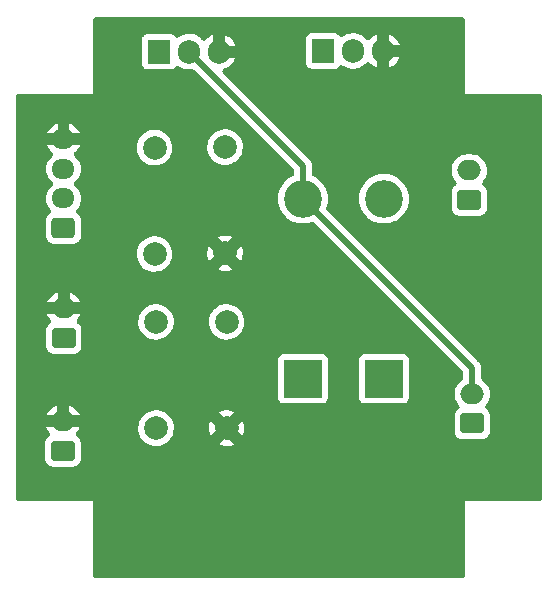
<source format=gbr>
%TF.GenerationSoftware,KiCad,Pcbnew,(6.0.2)*%
%TF.CreationDate,2023-02-13T14:46:01+00:00*%
%TF.ProjectId,solenoid_driver,736f6c65-6e6f-4696-945f-647269766572,rev?*%
%TF.SameCoordinates,Original*%
%TF.FileFunction,Copper,L2,Bot*%
%TF.FilePolarity,Positive*%
%FSLAX46Y46*%
G04 Gerber Fmt 4.6, Leading zero omitted, Abs format (unit mm)*
G04 Created by KiCad (PCBNEW (6.0.2)) date 2023-02-13 14:46:01*
%MOMM*%
%LPD*%
G01*
G04 APERTURE LIST*
G04 Aperture macros list*
%AMRoundRect*
0 Rectangle with rounded corners*
0 $1 Rounding radius*
0 $2 $3 $4 $5 $6 $7 $8 $9 X,Y pos of 4 corners*
0 Add a 4 corners polygon primitive as box body*
4,1,4,$2,$3,$4,$5,$6,$7,$8,$9,$2,$3,0*
0 Add four circle primitives for the rounded corners*
1,1,$1+$1,$2,$3*
1,1,$1+$1,$4,$5*
1,1,$1+$1,$6,$7*
1,1,$1+$1,$8,$9*
0 Add four rect primitives between the rounded corners*
20,1,$1+$1,$2,$3,$4,$5,0*
20,1,$1+$1,$4,$5,$6,$7,0*
20,1,$1+$1,$6,$7,$8,$9,0*
20,1,$1+$1,$8,$9,$2,$3,0*%
G04 Aperture macros list end*
%TA.AperFunction,ComponentPad*%
%ADD10RoundRect,0.250000X0.725000X-0.600000X0.725000X0.600000X-0.725000X0.600000X-0.725000X-0.600000X0*%
%TD*%
%TA.AperFunction,ComponentPad*%
%ADD11O,1.950000X1.700000*%
%TD*%
%TA.AperFunction,ComponentPad*%
%ADD12C,2.000000*%
%TD*%
%TA.AperFunction,ComponentPad*%
%ADD13R,3.200000X3.200000*%
%TD*%
%TA.AperFunction,ComponentPad*%
%ADD14O,3.200000X3.200000*%
%TD*%
%TA.AperFunction,ComponentPad*%
%ADD15RoundRect,0.250000X0.750000X-0.600000X0.750000X0.600000X-0.750000X0.600000X-0.750000X-0.600000X0*%
%TD*%
%TA.AperFunction,ComponentPad*%
%ADD16O,2.000000X1.700000*%
%TD*%
%TA.AperFunction,ComponentPad*%
%ADD17R,1.905000X2.000000*%
%TD*%
%TA.AperFunction,ComponentPad*%
%ADD18O,1.905000X2.000000*%
%TD*%
%TA.AperFunction,Conductor*%
%ADD19C,0.500000*%
%TD*%
G04 APERTURE END LIST*
D10*
%TO.P,J1,1,Pin_1*%
%TO.N,solenoid1*%
X116500000Y-98873000D03*
D11*
%TO.P,J1,2,Pin_2*%
%TO.N,solenoid2*%
X116500000Y-96373000D03*
%TO.P,J1,3,Pin_3*%
%TO.N,+5V*%
X116500000Y-93873000D03*
%TO.P,J1,4,Pin_4*%
%TO.N,GND*%
X116500000Y-91373000D03*
%TD*%
D12*
%TO.P,R1,1*%
%TO.N,GND*%
X130302000Y-115824000D03*
%TO.P,R1,2*%
%TO.N,Net-(Q2-Pad1)*%
X130302000Y-106824000D03*
%TD*%
D13*
%TO.P,D1,1,K*%
%TO.N,+12V*%
X143637000Y-111633000D03*
D14*
%TO.P,D1,2,A*%
%TO.N,Net-(D1-Pad2)*%
X143637000Y-96393000D03*
%TD*%
D13*
%TO.P,D2,1,K*%
%TO.N,+12V*%
X136779000Y-111633000D03*
D14*
%TO.P,D2,2,A*%
%TO.N,Net-(D2-Pad2)*%
X136779000Y-96393000D03*
%TD*%
D15*
%TO.P,J4,1,Pin_1*%
%TO.N,+12V*%
X151113000Y-115423000D03*
D16*
%TO.P,J4,2,Pin_2*%
%TO.N,Net-(D2-Pad2)*%
X151113000Y-112923000D03*
%TD*%
D17*
%TO.P,Q1,1,G*%
%TO.N,Net-(Q1-Pad1)*%
X138493500Y-83883500D03*
D18*
%TO.P,Q1,2,D*%
%TO.N,Net-(D1-Pad2)*%
X141033500Y-83883500D03*
%TO.P,Q1,3,S*%
%TO.N,GND*%
X143573500Y-83883500D03*
%TD*%
D17*
%TO.P,Q2,1,G*%
%TO.N,Net-(Q2-Pad1)*%
X124587000Y-83947000D03*
D18*
%TO.P,Q2,2,D*%
%TO.N,Net-(D2-Pad2)*%
X127127000Y-83947000D03*
%TO.P,Q2,3,S*%
%TO.N,GND*%
X129667000Y-83947000D03*
%TD*%
D12*
%TO.P,R2,1*%
%TO.N,GND*%
X130175000Y-101020000D03*
%TO.P,R2,2*%
%TO.N,Net-(Q1-Pad1)*%
X130175000Y-92020000D03*
%TD*%
D15*
%TO.P,J2,1,Pin_1*%
%TO.N,+12V*%
X116522500Y-108184000D03*
D16*
%TO.P,J2,2,Pin_2*%
%TO.N,GND*%
X116522500Y-105684000D03*
%TD*%
D15*
%TO.P,J3,1,Pin_1*%
%TO.N,+12V*%
X150859000Y-96500000D03*
D16*
%TO.P,J3,2,Pin_2*%
%TO.N,Net-(D1-Pad2)*%
X150859000Y-94000000D03*
%TD*%
D12*
%TO.P,R4,1*%
%TO.N,Net-(Q2-Pad1)*%
X124333000Y-106824000D03*
%TO.P,R4,2*%
%TO.N,solenoid1*%
X124333000Y-115824000D03*
%TD*%
%TO.P,R3,1*%
%TO.N,Net-(Q1-Pad1)*%
X124206000Y-92075000D03*
%TO.P,R3,2*%
%TO.N,solenoid2*%
X124206000Y-101075000D03*
%TD*%
D15*
%TO.P,J5,1,Pin_1*%
%TO.N,+12V*%
X116459000Y-117729000D03*
D16*
%TO.P,J5,2,Pin_2*%
%TO.N,GND*%
X116459000Y-115229000D03*
%TD*%
D19*
%TO.N,Net-(D2-Pad2)*%
X136779000Y-96393000D02*
X136779000Y-93599000D01*
X136779000Y-93599000D02*
X127127000Y-83947000D01*
X136779000Y-96393000D02*
X151113000Y-110727000D01*
X151113000Y-110727000D02*
X151113000Y-112923000D01*
%TO.N,Net-(Q2-Pad1)*%
X124460000Y-84074000D02*
X124587000Y-83947000D01*
%TD*%
%TA.AperFunction,Conductor*%
%TO.N,GND*%
G36*
X150346288Y-81018954D02*
G01*
X150427070Y-81072930D01*
X150481046Y-81153712D01*
X150500000Y-81249000D01*
X150500000Y-87500000D01*
X156751000Y-87500000D01*
X156846288Y-87518954D01*
X156927070Y-87572930D01*
X156981046Y-87653712D01*
X157000000Y-87749000D01*
X157000000Y-121751000D01*
X156981046Y-121846288D01*
X156927070Y-121927070D01*
X156846288Y-121981046D01*
X156751000Y-122000000D01*
X150500000Y-122000000D01*
X150500000Y-128251000D01*
X150481046Y-128346288D01*
X150427070Y-128427070D01*
X150346288Y-128481046D01*
X150251000Y-128500000D01*
X119249000Y-128500000D01*
X119153712Y-128481046D01*
X119072930Y-128427070D01*
X119018954Y-128346288D01*
X119000000Y-128251000D01*
X119000000Y-122000000D01*
X112749000Y-122000000D01*
X112653712Y-121981046D01*
X112572930Y-121927070D01*
X112518954Y-121846288D01*
X112500000Y-121751000D01*
X112500000Y-118378866D01*
X114958500Y-118378866D01*
X114969359Y-118483519D01*
X115024744Y-118649529D01*
X115116834Y-118798345D01*
X115240689Y-118921984D01*
X115253003Y-118929574D01*
X115253005Y-118929576D01*
X115376413Y-119005645D01*
X115389666Y-119013814D01*
X115471069Y-119040815D01*
X115542864Y-119064629D01*
X115542868Y-119064630D01*
X115555772Y-119068910D01*
X115569300Y-119070296D01*
X115652815Y-119078853D01*
X115652823Y-119078853D01*
X115659134Y-119079500D01*
X117258866Y-119079500D01*
X117265262Y-119078836D01*
X117265269Y-119078836D01*
X117349971Y-119070047D01*
X117349973Y-119070047D01*
X117363519Y-119068641D01*
X117376432Y-119064333D01*
X117376436Y-119064332D01*
X117515810Y-119017833D01*
X117529529Y-119013256D01*
X117541826Y-119005646D01*
X117541829Y-119005645D01*
X117625581Y-118953817D01*
X117678345Y-118921166D01*
X117801984Y-118797311D01*
X117893814Y-118648334D01*
X117920815Y-118566931D01*
X117944629Y-118495136D01*
X117944630Y-118495132D01*
X117948910Y-118482228D01*
X117959500Y-118378866D01*
X117959500Y-117079134D01*
X117957775Y-117062504D01*
X117950047Y-116988029D01*
X117950047Y-116988027D01*
X117948641Y-116974481D01*
X117921129Y-116892015D01*
X117897833Y-116822190D01*
X117893256Y-116808471D01*
X117882780Y-116791541D01*
X117826268Y-116700220D01*
X117801166Y-116659655D01*
X117677311Y-116536016D01*
X117657086Y-116523549D01*
X117585917Y-116457416D01*
X117545473Y-116369080D01*
X117541912Y-116271990D01*
X117575777Y-116180928D01*
X117611674Y-116135514D01*
X117639427Y-116107761D01*
X117653343Y-116091177D01*
X117776369Y-115915478D01*
X117787192Y-115896731D01*
X117838261Y-115787214D01*
X122827806Y-115787214D01*
X122842010Y-116033545D01*
X122844257Y-116043514D01*
X122844257Y-116043517D01*
X122893974Y-116264126D01*
X122896255Y-116274249D01*
X122989084Y-116502861D01*
X122994421Y-116511571D01*
X122994422Y-116511572D01*
X123017020Y-116548448D01*
X123118006Y-116713241D01*
X123279557Y-116899741D01*
X123469399Y-117057351D01*
X123682433Y-117181838D01*
X123912939Y-117269859D01*
X123922950Y-117271896D01*
X123922954Y-117271897D01*
X124144713Y-117317015D01*
X124144715Y-117317015D01*
X124154726Y-117319052D01*
X124257353Y-117322815D01*
X124391087Y-117327719D01*
X124391093Y-117327719D01*
X124401300Y-117328093D01*
X124411431Y-117326795D01*
X124411436Y-117326795D01*
X124546670Y-117309471D01*
X124646041Y-117296741D01*
X124882374Y-117225838D01*
X124977072Y-117179446D01*
X129658766Y-117179446D01*
X129676252Y-117190780D01*
X129872532Y-117265731D01*
X129892093Y-117271414D01*
X130113771Y-117316516D01*
X130133995Y-117318927D01*
X130360066Y-117327218D01*
X130380414Y-117326294D01*
X130604811Y-117297547D01*
X130624714Y-117293317D01*
X130841404Y-117228306D01*
X130860370Y-117220873D01*
X130926537Y-117188459D01*
X130943091Y-117175825D01*
X130934010Y-117163117D01*
X130319341Y-116548448D01*
X130302000Y-116536861D01*
X130284659Y-116548448D01*
X129669043Y-117164064D01*
X129658766Y-117179446D01*
X124977072Y-117179446D01*
X125103954Y-117117287D01*
X125148540Y-117085484D01*
X125296512Y-116979937D01*
X125296516Y-116979934D01*
X125304829Y-116974004D01*
X125479605Y-116799837D01*
X125623588Y-116599463D01*
X125732911Y-116378264D01*
X125739728Y-116355829D01*
X125801669Y-116151956D01*
X125801669Y-116151954D01*
X125804639Y-116142180D01*
X125809171Y-116107761D01*
X125835981Y-115904114D01*
X125835981Y-115904111D01*
X125836845Y-115897550D01*
X125837008Y-115890910D01*
X125838481Y-115830625D01*
X125838643Y-115824000D01*
X125836459Y-115797433D01*
X128797897Y-115797433D01*
X128810919Y-116023270D01*
X128813754Y-116043447D01*
X128863487Y-116264126D01*
X128869579Y-116283569D01*
X128937098Y-116449848D01*
X128947587Y-116465786D01*
X128963974Y-116454919D01*
X129577552Y-115841341D01*
X129589139Y-115824000D01*
X131014861Y-115824000D01*
X131026448Y-115841341D01*
X131638374Y-116453267D01*
X131655715Y-116464854D01*
X131655823Y-116464781D01*
X131664736Y-116452354D01*
X131696916Y-116387242D01*
X131704416Y-116368301D01*
X131770179Y-116151850D01*
X131774483Y-116131943D01*
X131804480Y-115904089D01*
X131805506Y-115890910D01*
X131806979Y-115830626D01*
X131806598Y-115817394D01*
X131787767Y-115588353D01*
X131784440Y-115568260D01*
X131729332Y-115348860D01*
X131722764Y-115329569D01*
X131666108Y-115199269D01*
X131654865Y-115183061D01*
X131639764Y-115193343D01*
X131026448Y-115806659D01*
X131014861Y-115824000D01*
X129589139Y-115824000D01*
X129577552Y-115806659D01*
X128965660Y-115194767D01*
X128948754Y-115183471D01*
X128939102Y-115197282D01*
X128893735Y-115295016D01*
X128886707Y-115314117D01*
X128826250Y-115532116D01*
X128822433Y-115552130D01*
X128798394Y-115777060D01*
X128797897Y-115797433D01*
X125836459Y-115797433D01*
X125818425Y-115578089D01*
X125758316Y-115338783D01*
X125659928Y-115112507D01*
X125525905Y-114905339D01*
X125359846Y-114722842D01*
X125166210Y-114569918D01*
X125150543Y-114561269D01*
X124987852Y-114471459D01*
X129660323Y-114471459D01*
X129660736Y-114472874D01*
X129668306Y-114483199D01*
X130284659Y-115099552D01*
X130302000Y-115111139D01*
X130319341Y-115099552D01*
X130933074Y-114485819D01*
X130944661Y-114468478D01*
X130942971Y-114465949D01*
X130935073Y-114460008D01*
X130927937Y-114456069D01*
X130909360Y-114447720D01*
X130696118Y-114372206D01*
X130676418Y-114367001D01*
X130453711Y-114327332D01*
X130433423Y-114325414D01*
X130207233Y-114322650D01*
X130186901Y-114324071D01*
X129963283Y-114358290D01*
X129943476Y-114363009D01*
X129728458Y-114433288D01*
X129709663Y-114441188D01*
X129676588Y-114458405D01*
X129660323Y-114471459D01*
X124987852Y-114471459D01*
X124959143Y-114455611D01*
X124959144Y-114455611D01*
X124950198Y-114450673D01*
X124940572Y-114447264D01*
X124940567Y-114447262D01*
X124727240Y-114371719D01*
X124727238Y-114371718D01*
X124717610Y-114368309D01*
X124474694Y-114325039D01*
X124464474Y-114324914D01*
X124464472Y-114324914D01*
X124324179Y-114323200D01*
X124227972Y-114322025D01*
X124038826Y-114350968D01*
X123994166Y-114357802D01*
X123994165Y-114357802D01*
X123984070Y-114359347D01*
X123974359Y-114362521D01*
X123759250Y-114432829D01*
X123759247Y-114432830D01*
X123749540Y-114436003D01*
X123530679Y-114549935D01*
X123333364Y-114698083D01*
X123326312Y-114705463D01*
X123326307Y-114705467D01*
X123255494Y-114779569D01*
X123162896Y-114876468D01*
X123023851Y-115080300D01*
X122919965Y-115304104D01*
X122917238Y-115313939D01*
X122917236Y-115313943D01*
X122907600Y-115348690D01*
X122854026Y-115541871D01*
X122842543Y-115649322D01*
X122831652Y-115751228D01*
X122827806Y-115787214D01*
X117838261Y-115787214D01*
X117855042Y-115751228D01*
X117859622Y-115732510D01*
X117845277Y-115729000D01*
X115077121Y-115729000D01*
X115058221Y-115732760D01*
X115061102Y-115747246D01*
X115130807Y-115896729D01*
X115141635Y-115915482D01*
X115264653Y-116091170D01*
X115278576Y-116107764D01*
X115306405Y-116135593D01*
X115360381Y-116216375D01*
X115379335Y-116311663D01*
X115360381Y-116406951D01*
X115306405Y-116487733D01*
X115261364Y-116523399D01*
X115251958Y-116529219D01*
X115251948Y-116529227D01*
X115239655Y-116536834D01*
X115116016Y-116660689D01*
X115108426Y-116673003D01*
X115108424Y-116673005D01*
X115052306Y-116764047D01*
X115024186Y-116809666D01*
X115019630Y-116823403D01*
X114973803Y-116961564D01*
X114969090Y-116975772D01*
X114967704Y-116989300D01*
X114960204Y-117062504D01*
X114958500Y-117079134D01*
X114958500Y-118378866D01*
X112500000Y-118378866D01*
X112500000Y-114725490D01*
X115058378Y-114725490D01*
X115072723Y-114729000D01*
X115934473Y-114729000D01*
X115954931Y-114724931D01*
X115959000Y-114704473D01*
X116959000Y-114704473D01*
X116963069Y-114724931D01*
X116983527Y-114729000D01*
X117840879Y-114729000D01*
X117859779Y-114725240D01*
X117856898Y-114710754D01*
X117787193Y-114561271D01*
X117776365Y-114542518D01*
X117653347Y-114366830D01*
X117639424Y-114350236D01*
X117487764Y-114198576D01*
X117471170Y-114184653D01*
X117295482Y-114061635D01*
X117276725Y-114050805D01*
X117082348Y-113960166D01*
X117061985Y-113952754D01*
X116982691Y-113931507D01*
X116961877Y-113930143D01*
X116959989Y-113933970D01*
X116959000Y-113941484D01*
X116959000Y-114704473D01*
X115959000Y-114704473D01*
X115959000Y-113949686D01*
X115954931Y-113929228D01*
X115950743Y-113928395D01*
X115943229Y-113929385D01*
X115856015Y-113952754D01*
X115835652Y-113960166D01*
X115641275Y-114050805D01*
X115622518Y-114061635D01*
X115446830Y-114184653D01*
X115430236Y-114198576D01*
X115278573Y-114350239D01*
X115264657Y-114366823D01*
X115141631Y-114542522D01*
X115130808Y-114561269D01*
X115062958Y-114706772D01*
X115058378Y-114725490D01*
X112500000Y-114725490D01*
X112500000Y-109985623D01*
X134678500Y-109985623D01*
X134678501Y-113280376D01*
X134685149Y-113341580D01*
X134735474Y-113475824D01*
X134821454Y-113590546D01*
X134936176Y-113676526D01*
X134952787Y-113682753D01*
X135055804Y-113721372D01*
X135055805Y-113721372D01*
X135070420Y-113726851D01*
X135131623Y-113733500D01*
X136777899Y-113733500D01*
X138426376Y-113733499D01*
X138487580Y-113726851D01*
X138621824Y-113676526D01*
X138736546Y-113590546D01*
X138822526Y-113475824D01*
X138852258Y-113396514D01*
X138867372Y-113356196D01*
X138867372Y-113356195D01*
X138872851Y-113341580D01*
X138879500Y-113280377D01*
X138879499Y-109985624D01*
X138879499Y-109985623D01*
X141536500Y-109985623D01*
X141536501Y-113280376D01*
X141543149Y-113341580D01*
X141593474Y-113475824D01*
X141679454Y-113590546D01*
X141794176Y-113676526D01*
X141810787Y-113682753D01*
X141913804Y-113721372D01*
X141913805Y-113721372D01*
X141928420Y-113726851D01*
X141989623Y-113733500D01*
X143635899Y-113733500D01*
X145284376Y-113733499D01*
X145345580Y-113726851D01*
X145479824Y-113676526D01*
X145594546Y-113590546D01*
X145680526Y-113475824D01*
X145710258Y-113396514D01*
X145725372Y-113356196D01*
X145725372Y-113356195D01*
X145730851Y-113341580D01*
X145737500Y-113280377D01*
X145737499Y-109985624D01*
X145730851Y-109924420D01*
X145680526Y-109790176D01*
X145594546Y-109675454D01*
X145479824Y-109589474D01*
X145433288Y-109572029D01*
X145360196Y-109544628D01*
X145360195Y-109544628D01*
X145345580Y-109539149D01*
X145284377Y-109532500D01*
X143638101Y-109532500D01*
X141989624Y-109532501D01*
X141928420Y-109539149D01*
X141794176Y-109589474D01*
X141679454Y-109675454D01*
X141593474Y-109790176D01*
X141543149Y-109924420D01*
X141536500Y-109985623D01*
X138879499Y-109985623D01*
X138872851Y-109924420D01*
X138822526Y-109790176D01*
X138736546Y-109675454D01*
X138621824Y-109589474D01*
X138575288Y-109572029D01*
X138502196Y-109544628D01*
X138502195Y-109544628D01*
X138487580Y-109539149D01*
X138426377Y-109532500D01*
X136780101Y-109532500D01*
X135131624Y-109532501D01*
X135070420Y-109539149D01*
X134936176Y-109589474D01*
X134821454Y-109675454D01*
X134735474Y-109790176D01*
X134685149Y-109924420D01*
X134678500Y-109985623D01*
X112500000Y-109985623D01*
X112500000Y-108833866D01*
X115022000Y-108833866D01*
X115032859Y-108938519D01*
X115088244Y-109104529D01*
X115180334Y-109253345D01*
X115304189Y-109376984D01*
X115316503Y-109384574D01*
X115316505Y-109384576D01*
X115439913Y-109460645D01*
X115453166Y-109468814D01*
X115534569Y-109495815D01*
X115606364Y-109519629D01*
X115606368Y-109519630D01*
X115619272Y-109523910D01*
X115632800Y-109525296D01*
X115716315Y-109533853D01*
X115716323Y-109533853D01*
X115722634Y-109534500D01*
X117322366Y-109534500D01*
X117328762Y-109533836D01*
X117328769Y-109533836D01*
X117413471Y-109525047D01*
X117413473Y-109525047D01*
X117427019Y-109523641D01*
X117439932Y-109519333D01*
X117439936Y-109519332D01*
X117579310Y-109472833D01*
X117593029Y-109468256D01*
X117605326Y-109460646D01*
X117605329Y-109460645D01*
X117689081Y-109408817D01*
X117741845Y-109376166D01*
X117865484Y-109252311D01*
X117957314Y-109103334D01*
X117984315Y-109021931D01*
X118008129Y-108950136D01*
X118008130Y-108950132D01*
X118012410Y-108937228D01*
X118023000Y-108833866D01*
X118023000Y-107534134D01*
X118012141Y-107429481D01*
X117998110Y-107387423D01*
X117961333Y-107277190D01*
X117956756Y-107263471D01*
X117864666Y-107114655D01*
X117783414Y-107033545D01*
X117751050Y-107001237D01*
X117751049Y-107001236D01*
X117740811Y-106991016D01*
X117720586Y-106978549D01*
X117649417Y-106912416D01*
X117608973Y-106824080D01*
X117607621Y-106787214D01*
X122827806Y-106787214D01*
X122842010Y-107033545D01*
X122896255Y-107274249D01*
X122989084Y-107502861D01*
X122994421Y-107511571D01*
X122994422Y-107511572D01*
X123012192Y-107540569D01*
X123118006Y-107713241D01*
X123279557Y-107899741D01*
X123469399Y-108057351D01*
X123682433Y-108181838D01*
X123912939Y-108269859D01*
X123922950Y-108271896D01*
X123922954Y-108271897D01*
X124144713Y-108317015D01*
X124144715Y-108317015D01*
X124154726Y-108319052D01*
X124257353Y-108322815D01*
X124391087Y-108327719D01*
X124391093Y-108327719D01*
X124401300Y-108328093D01*
X124411431Y-108326795D01*
X124411436Y-108326795D01*
X124546670Y-108309471D01*
X124646041Y-108296741D01*
X124882374Y-108225838D01*
X125103954Y-108117287D01*
X125197132Y-108050824D01*
X125296512Y-107979937D01*
X125296516Y-107979934D01*
X125304829Y-107974004D01*
X125479605Y-107799837D01*
X125623588Y-107599463D01*
X125732911Y-107378264D01*
X125764514Y-107274249D01*
X125801669Y-107151956D01*
X125801669Y-107151954D01*
X125804639Y-107142180D01*
X125823195Y-107001237D01*
X125835981Y-106904114D01*
X125835981Y-106904111D01*
X125836845Y-106897550D01*
X125838643Y-106824000D01*
X125835619Y-106787214D01*
X128796806Y-106787214D01*
X128811010Y-107033545D01*
X128865255Y-107274249D01*
X128958084Y-107502861D01*
X128963421Y-107511571D01*
X128963422Y-107511572D01*
X128981192Y-107540569D01*
X129087006Y-107713241D01*
X129248557Y-107899741D01*
X129438399Y-108057351D01*
X129651433Y-108181838D01*
X129881939Y-108269859D01*
X129891950Y-108271896D01*
X129891954Y-108271897D01*
X130113713Y-108317015D01*
X130113715Y-108317015D01*
X130123726Y-108319052D01*
X130226353Y-108322815D01*
X130360087Y-108327719D01*
X130360093Y-108327719D01*
X130370300Y-108328093D01*
X130380431Y-108326795D01*
X130380436Y-108326795D01*
X130515670Y-108309471D01*
X130615041Y-108296741D01*
X130851374Y-108225838D01*
X131072954Y-108117287D01*
X131166132Y-108050824D01*
X131265512Y-107979937D01*
X131265516Y-107979934D01*
X131273829Y-107974004D01*
X131448605Y-107799837D01*
X131592588Y-107599463D01*
X131701911Y-107378264D01*
X131733514Y-107274249D01*
X131770669Y-107151956D01*
X131770669Y-107151954D01*
X131773639Y-107142180D01*
X131792195Y-107001237D01*
X131804981Y-106904114D01*
X131804981Y-106904111D01*
X131805845Y-106897550D01*
X131807643Y-106824000D01*
X131787425Y-106578089D01*
X131727316Y-106338783D01*
X131628928Y-106112507D01*
X131494905Y-105905339D01*
X131328846Y-105722842D01*
X131135210Y-105569918D01*
X131090463Y-105545216D01*
X130928143Y-105455611D01*
X130928144Y-105455611D01*
X130919198Y-105450673D01*
X130909572Y-105447264D01*
X130909567Y-105447262D01*
X130696240Y-105371719D01*
X130696238Y-105371718D01*
X130686610Y-105368309D01*
X130443694Y-105325039D01*
X130433474Y-105324914D01*
X130433472Y-105324914D01*
X130293179Y-105323200D01*
X130196972Y-105322025D01*
X130007826Y-105350968D01*
X129963166Y-105357802D01*
X129963165Y-105357802D01*
X129953070Y-105359347D01*
X129943359Y-105362521D01*
X129728250Y-105432829D01*
X129728247Y-105432830D01*
X129718540Y-105436003D01*
X129499679Y-105549935D01*
X129302364Y-105698083D01*
X129295312Y-105705463D01*
X129295307Y-105705467D01*
X129271480Y-105730401D01*
X129131896Y-105876468D01*
X128992851Y-106080300D01*
X128888965Y-106304104D01*
X128886238Y-106313939D01*
X128886236Y-106313943D01*
X128825757Y-106532022D01*
X128823026Y-106541871D01*
X128796806Y-106787214D01*
X125835619Y-106787214D01*
X125818425Y-106578089D01*
X125758316Y-106338783D01*
X125659928Y-106112507D01*
X125525905Y-105905339D01*
X125359846Y-105722842D01*
X125166210Y-105569918D01*
X125121463Y-105545216D01*
X124959143Y-105455611D01*
X124959144Y-105455611D01*
X124950198Y-105450673D01*
X124940572Y-105447264D01*
X124940567Y-105447262D01*
X124727240Y-105371719D01*
X124727238Y-105371718D01*
X124717610Y-105368309D01*
X124474694Y-105325039D01*
X124464474Y-105324914D01*
X124464472Y-105324914D01*
X124324179Y-105323200D01*
X124227972Y-105322025D01*
X124038826Y-105350968D01*
X123994166Y-105357802D01*
X123994165Y-105357802D01*
X123984070Y-105359347D01*
X123974359Y-105362521D01*
X123759250Y-105432829D01*
X123759247Y-105432830D01*
X123749540Y-105436003D01*
X123530679Y-105549935D01*
X123333364Y-105698083D01*
X123326312Y-105705463D01*
X123326307Y-105705467D01*
X123302480Y-105730401D01*
X123162896Y-105876468D01*
X123023851Y-106080300D01*
X122919965Y-106304104D01*
X122917238Y-106313939D01*
X122917236Y-106313943D01*
X122856757Y-106532022D01*
X122854026Y-106541871D01*
X122827806Y-106787214D01*
X117607621Y-106787214D01*
X117605412Y-106726990D01*
X117639277Y-106635928D01*
X117675174Y-106590514D01*
X117702927Y-106562761D01*
X117716843Y-106546177D01*
X117839869Y-106370478D01*
X117850692Y-106351731D01*
X117918542Y-106206228D01*
X117923122Y-106187510D01*
X117908777Y-106184000D01*
X115140621Y-106184000D01*
X115121721Y-106187760D01*
X115124602Y-106202246D01*
X115194307Y-106351729D01*
X115205135Y-106370482D01*
X115328153Y-106546170D01*
X115342076Y-106562764D01*
X115369905Y-106590593D01*
X115423881Y-106671375D01*
X115442835Y-106766663D01*
X115423881Y-106861951D01*
X115369905Y-106942733D01*
X115324864Y-106978399D01*
X115315458Y-106984219D01*
X115315448Y-106984227D01*
X115303155Y-106991834D01*
X115179516Y-107115689D01*
X115171926Y-107128003D01*
X115171924Y-107128005D01*
X115163187Y-107142180D01*
X115087686Y-107264666D01*
X115083130Y-107278403D01*
X115037303Y-107416564D01*
X115032590Y-107430772D01*
X115031204Y-107444300D01*
X115024312Y-107511572D01*
X115022000Y-107534134D01*
X115022000Y-108833866D01*
X112500000Y-108833866D01*
X112500000Y-105180490D01*
X115121878Y-105180490D01*
X115136223Y-105184000D01*
X115997973Y-105184000D01*
X116018431Y-105179931D01*
X116022500Y-105159473D01*
X117022500Y-105159473D01*
X117026569Y-105179931D01*
X117047027Y-105184000D01*
X117904379Y-105184000D01*
X117923279Y-105180240D01*
X117920398Y-105165754D01*
X117850693Y-105016271D01*
X117839865Y-104997518D01*
X117716847Y-104821830D01*
X117702924Y-104805236D01*
X117551264Y-104653576D01*
X117534670Y-104639653D01*
X117358982Y-104516635D01*
X117340225Y-104505805D01*
X117145848Y-104415166D01*
X117125485Y-104407754D01*
X117046191Y-104386507D01*
X117025377Y-104385143D01*
X117023489Y-104388970D01*
X117022500Y-104396484D01*
X117022500Y-105159473D01*
X116022500Y-105159473D01*
X116022500Y-104404686D01*
X116018431Y-104384228D01*
X116014243Y-104383395D01*
X116006729Y-104384385D01*
X115919515Y-104407754D01*
X115899152Y-104415166D01*
X115704775Y-104505805D01*
X115686018Y-104516635D01*
X115510330Y-104639653D01*
X115493736Y-104653576D01*
X115342073Y-104805239D01*
X115328157Y-104821823D01*
X115205131Y-104997522D01*
X115194308Y-105016269D01*
X115126458Y-105161772D01*
X115121878Y-105180490D01*
X112500000Y-105180490D01*
X112500000Y-101038214D01*
X122700806Y-101038214D01*
X122715010Y-101284545D01*
X122717257Y-101294514D01*
X122717257Y-101294517D01*
X122767008Y-101515279D01*
X122769255Y-101525249D01*
X122862084Y-101753861D01*
X122991006Y-101964241D01*
X123152557Y-102150741D01*
X123342399Y-102308351D01*
X123555433Y-102432838D01*
X123785939Y-102520859D01*
X123795950Y-102522896D01*
X123795954Y-102522897D01*
X124017713Y-102568015D01*
X124017715Y-102568015D01*
X124027726Y-102570052D01*
X124130353Y-102573815D01*
X124264087Y-102578719D01*
X124264093Y-102578719D01*
X124274300Y-102579093D01*
X124284431Y-102577795D01*
X124284436Y-102577795D01*
X124419670Y-102560471D01*
X124519041Y-102547741D01*
X124755374Y-102476838D01*
X124962341Y-102375446D01*
X129531766Y-102375446D01*
X129549252Y-102386780D01*
X129745532Y-102461731D01*
X129765093Y-102467414D01*
X129986771Y-102512516D01*
X130006995Y-102514927D01*
X130233066Y-102523218D01*
X130253414Y-102522294D01*
X130477811Y-102493547D01*
X130497714Y-102489317D01*
X130714404Y-102424306D01*
X130733370Y-102416873D01*
X130799537Y-102384459D01*
X130816091Y-102371825D01*
X130807010Y-102359117D01*
X130192341Y-101744448D01*
X130175000Y-101732861D01*
X130157659Y-101744448D01*
X129542043Y-102360064D01*
X129531766Y-102375446D01*
X124962341Y-102375446D01*
X124976954Y-102368287D01*
X125070132Y-102301824D01*
X125169512Y-102230937D01*
X125169516Y-102230934D01*
X125177829Y-102225004D01*
X125352605Y-102050837D01*
X125496588Y-101850463D01*
X125605911Y-101629264D01*
X125625649Y-101564301D01*
X125674669Y-101402956D01*
X125674669Y-101402954D01*
X125677639Y-101393180D01*
X125709845Y-101148550D01*
X125711643Y-101075000D01*
X125704937Y-100993433D01*
X128670897Y-100993433D01*
X128683919Y-101219270D01*
X128686754Y-101239447D01*
X128736487Y-101460126D01*
X128742579Y-101479569D01*
X128810098Y-101645848D01*
X128820587Y-101661786D01*
X128836974Y-101650919D01*
X129450552Y-101037341D01*
X129462139Y-101020000D01*
X130887861Y-101020000D01*
X130899448Y-101037341D01*
X131511374Y-101649267D01*
X131528715Y-101660854D01*
X131528823Y-101660781D01*
X131537736Y-101648354D01*
X131569916Y-101583242D01*
X131577416Y-101564301D01*
X131643179Y-101347850D01*
X131647483Y-101327943D01*
X131677480Y-101100089D01*
X131678506Y-101086910D01*
X131679979Y-101026626D01*
X131679598Y-101013394D01*
X131660767Y-100784353D01*
X131657440Y-100764260D01*
X131602332Y-100544860D01*
X131595764Y-100525569D01*
X131539108Y-100395269D01*
X131527865Y-100379061D01*
X131512764Y-100389343D01*
X130899448Y-101002659D01*
X130887861Y-101020000D01*
X129462139Y-101020000D01*
X129450552Y-101002659D01*
X128838660Y-100390767D01*
X128821754Y-100379471D01*
X128812102Y-100393282D01*
X128766735Y-100491016D01*
X128759707Y-100510117D01*
X128699250Y-100728116D01*
X128695433Y-100748130D01*
X128671394Y-100973060D01*
X128670897Y-100993433D01*
X125704937Y-100993433D01*
X125691425Y-100829089D01*
X125631316Y-100589783D01*
X125532928Y-100363507D01*
X125398905Y-100156339D01*
X125232846Y-99973842D01*
X125039210Y-99820918D01*
X125011877Y-99805829D01*
X124832143Y-99706611D01*
X124832144Y-99706611D01*
X124823198Y-99701673D01*
X124813572Y-99698264D01*
X124813567Y-99698262D01*
X124726582Y-99667459D01*
X129533323Y-99667459D01*
X129533736Y-99668874D01*
X129541306Y-99679199D01*
X130157659Y-100295552D01*
X130175000Y-100307139D01*
X130192341Y-100295552D01*
X130806074Y-99681819D01*
X130817661Y-99664478D01*
X130815971Y-99661949D01*
X130808073Y-99656008D01*
X130800937Y-99652069D01*
X130782360Y-99643720D01*
X130569118Y-99568206D01*
X130549418Y-99563001D01*
X130326711Y-99523332D01*
X130306423Y-99521414D01*
X130080233Y-99518650D01*
X130059901Y-99520071D01*
X129836283Y-99554290D01*
X129816476Y-99559009D01*
X129601458Y-99629288D01*
X129582663Y-99637188D01*
X129549588Y-99654405D01*
X129533323Y-99667459D01*
X124726582Y-99667459D01*
X124600240Y-99622719D01*
X124600238Y-99622718D01*
X124590610Y-99619309D01*
X124347694Y-99576039D01*
X124337474Y-99575914D01*
X124337472Y-99575914D01*
X124197179Y-99574200D01*
X124100972Y-99573025D01*
X123911826Y-99601968D01*
X123867166Y-99608802D01*
X123867165Y-99608802D01*
X123857070Y-99610347D01*
X123847359Y-99613521D01*
X123632250Y-99683829D01*
X123632247Y-99683830D01*
X123622540Y-99687003D01*
X123403679Y-99800935D01*
X123206364Y-99949083D01*
X123199312Y-99956463D01*
X123199307Y-99956467D01*
X123087396Y-100073576D01*
X123035896Y-100127468D01*
X123010350Y-100164917D01*
X122913333Y-100307139D01*
X122896851Y-100331300D01*
X122792965Y-100555104D01*
X122790238Y-100564939D01*
X122790236Y-100564943D01*
X122729757Y-100783022D01*
X122727026Y-100792871D01*
X122722067Y-100839271D01*
X122702753Y-101020000D01*
X122700806Y-101038214D01*
X112500000Y-101038214D01*
X112500000Y-96373000D01*
X115019341Y-96373000D01*
X115039937Y-96608408D01*
X115101097Y-96836663D01*
X115105691Y-96846514D01*
X115105693Y-96846520D01*
X115174122Y-96993265D01*
X115200965Y-97050829D01*
X115336505Y-97244401D01*
X115371968Y-97279864D01*
X115425944Y-97360646D01*
X115444898Y-97455934D01*
X115425944Y-97551222D01*
X115371968Y-97632004D01*
X115326923Y-97667673D01*
X115319241Y-97672427D01*
X115305655Y-97680834D01*
X115182016Y-97804689D01*
X115174426Y-97817003D01*
X115174424Y-97817005D01*
X115098504Y-97940171D01*
X115090186Y-97953666D01*
X115085630Y-97967403D01*
X115039803Y-98105564D01*
X115035090Y-98119772D01*
X115024500Y-98223134D01*
X115024500Y-99522866D01*
X115025164Y-99529262D01*
X115025164Y-99529269D01*
X115033953Y-99613971D01*
X115035359Y-99627519D01*
X115039667Y-99640432D01*
X115039668Y-99640436D01*
X115061746Y-99706611D01*
X115090744Y-99793529D01*
X115098354Y-99805826D01*
X115098355Y-99805829D01*
X115111610Y-99827248D01*
X115182834Y-99942345D01*
X115306689Y-100065984D01*
X115319003Y-100073574D01*
X115319005Y-100073576D01*
X115442413Y-100149645D01*
X115455666Y-100157814D01*
X115537069Y-100184815D01*
X115608864Y-100208629D01*
X115608868Y-100208630D01*
X115621772Y-100212910D01*
X115635300Y-100214296D01*
X115718815Y-100222853D01*
X115718823Y-100222853D01*
X115725134Y-100223500D01*
X117274866Y-100223500D01*
X117281262Y-100222836D01*
X117281269Y-100222836D01*
X117365971Y-100214047D01*
X117365973Y-100214047D01*
X117379519Y-100212641D01*
X117392432Y-100208333D01*
X117392436Y-100208332D01*
X117531810Y-100161833D01*
X117545529Y-100157256D01*
X117557826Y-100149646D01*
X117557829Y-100149645D01*
X117641581Y-100097817D01*
X117694345Y-100065166D01*
X117791830Y-99967511D01*
X117807763Y-99951550D01*
X117807764Y-99951549D01*
X117817984Y-99941311D01*
X117909814Y-99792334D01*
X117943188Y-99691717D01*
X117960629Y-99639136D01*
X117960630Y-99639132D01*
X117964910Y-99626228D01*
X117966695Y-99608802D01*
X117974853Y-99529185D01*
X117974853Y-99529177D01*
X117975500Y-99522866D01*
X117975500Y-98223134D01*
X117964641Y-98118481D01*
X117909256Y-97952471D01*
X117817166Y-97803655D01*
X117693311Y-97680016D01*
X117673524Y-97667819D01*
X117602356Y-97601686D01*
X117561911Y-97513350D01*
X117558350Y-97416260D01*
X117592215Y-97325198D01*
X117628112Y-97279784D01*
X117663495Y-97244401D01*
X117669733Y-97235493D01*
X117792804Y-97059729D01*
X117792805Y-97059728D01*
X117799035Y-97050830D01*
X117803632Y-97040973D01*
X117855565Y-96929602D01*
X117898903Y-96836663D01*
X117901718Y-96826160D01*
X117931793Y-96713915D01*
X117960063Y-96608408D01*
X117980659Y-96373000D01*
X117960063Y-96137592D01*
X117898903Y-95909337D01*
X117868350Y-95843815D01*
X117803631Y-95705027D01*
X117799035Y-95695171D01*
X117663495Y-95501599D01*
X117496401Y-95334505D01*
X117485641Y-95326970D01*
X117484389Y-95325663D01*
X117479170Y-95321284D01*
X117479650Y-95320712D01*
X117418456Y-95256792D01*
X117383242Y-95166243D01*
X117385359Y-95069112D01*
X117424486Y-94980184D01*
X117479528Y-94925142D01*
X117479170Y-94924716D01*
X117484042Y-94920628D01*
X117485640Y-94919030D01*
X117496401Y-94911495D01*
X117663495Y-94744401D01*
X117669733Y-94735493D01*
X117792804Y-94559729D01*
X117792805Y-94559728D01*
X117799035Y-94550830D01*
X117803632Y-94540973D01*
X117856105Y-94428444D01*
X117898903Y-94336663D01*
X117901718Y-94326160D01*
X117957249Y-94118909D01*
X117960063Y-94108408D01*
X117980659Y-93873000D01*
X117960063Y-93637592D01*
X117898903Y-93409337D01*
X117862853Y-93332027D01*
X117803631Y-93205027D01*
X117799035Y-93195171D01*
X117663495Y-93001599D01*
X117496401Y-92834505D01*
X117485197Y-92826660D01*
X117483646Y-92825039D01*
X117479170Y-92821284D01*
X117479581Y-92820794D01*
X117418015Y-92756477D01*
X117382804Y-92665927D01*
X117384926Y-92568795D01*
X117424056Y-92479869D01*
X117479189Y-92424739D01*
X117478847Y-92424331D01*
X117483507Y-92420421D01*
X117485207Y-92418721D01*
X117487176Y-92417342D01*
X117503764Y-92403424D01*
X117655427Y-92251761D01*
X117669343Y-92235177D01*
X117792369Y-92059478D01*
X117803192Y-92040731D01*
X117804366Y-92038214D01*
X122700806Y-92038214D01*
X122715010Y-92284545D01*
X122717257Y-92294514D01*
X122717257Y-92294517D01*
X122744937Y-92417342D01*
X122769255Y-92525249D01*
X122862084Y-92753861D01*
X122867421Y-92762571D01*
X122867422Y-92762572D01*
X122903101Y-92820794D01*
X122991006Y-92964241D01*
X123152557Y-93150741D01*
X123268289Y-93246824D01*
X123330193Y-93298217D01*
X123342399Y-93308351D01*
X123461312Y-93377838D01*
X123541637Y-93424776D01*
X123555433Y-93432838D01*
X123785939Y-93520859D01*
X123795950Y-93522896D01*
X123795954Y-93522897D01*
X124017713Y-93568015D01*
X124017715Y-93568015D01*
X124027726Y-93570052D01*
X124130353Y-93573815D01*
X124264087Y-93578719D01*
X124264093Y-93578719D01*
X124274300Y-93579093D01*
X124284431Y-93577795D01*
X124284436Y-93577795D01*
X124419670Y-93560471D01*
X124519041Y-93547741D01*
X124755374Y-93476838D01*
X124976954Y-93368287D01*
X125054061Y-93313287D01*
X125169512Y-93230937D01*
X125169516Y-93230934D01*
X125177829Y-93225004D01*
X125352605Y-93050837D01*
X125496588Y-92850463D01*
X125605911Y-92629264D01*
X125615077Y-92599097D01*
X125674669Y-92402956D01*
X125674669Y-92402954D01*
X125677639Y-92393180D01*
X125698441Y-92235177D01*
X125708981Y-92155114D01*
X125708981Y-92155111D01*
X125709845Y-92148550D01*
X125711643Y-92075000D01*
X125704097Y-91983214D01*
X128669806Y-91983214D01*
X128684010Y-92229545D01*
X128686257Y-92239514D01*
X128686257Y-92239517D01*
X128726956Y-92420111D01*
X128738255Y-92470249D01*
X128831084Y-92698861D01*
X128960006Y-92909241D01*
X129121557Y-93095741D01*
X129230590Y-93186262D01*
X129253193Y-93205027D01*
X129311399Y-93253351D01*
X129429169Y-93322170D01*
X129497934Y-93362353D01*
X129524433Y-93377838D01*
X129754939Y-93465859D01*
X129764950Y-93467896D01*
X129764954Y-93467897D01*
X129986713Y-93513015D01*
X129986715Y-93513015D01*
X129996726Y-93515052D01*
X130099353Y-93518815D01*
X130233087Y-93523719D01*
X130233093Y-93523719D01*
X130243300Y-93524093D01*
X130253431Y-93522795D01*
X130253436Y-93522795D01*
X130388670Y-93505471D01*
X130488041Y-93492741D01*
X130724374Y-93421838D01*
X130945954Y-93313287D01*
X130994195Y-93278877D01*
X131138512Y-93175937D01*
X131138516Y-93175934D01*
X131146829Y-93170004D01*
X131321605Y-92995837D01*
X131465588Y-92795463D01*
X131574911Y-92574264D01*
X131586927Y-92534717D01*
X131643669Y-92347956D01*
X131643669Y-92347954D01*
X131646639Y-92338180D01*
X131652388Y-92294517D01*
X131677981Y-92100114D01*
X131677981Y-92100111D01*
X131678845Y-92093550D01*
X131679299Y-92075000D01*
X131680481Y-92026625D01*
X131680643Y-92020000D01*
X131660425Y-91774089D01*
X131600316Y-91534783D01*
X131501928Y-91308507D01*
X131367905Y-91101339D01*
X131201846Y-90918842D01*
X131008210Y-90765918D01*
X130963463Y-90741216D01*
X130801143Y-90651611D01*
X130801144Y-90651611D01*
X130792198Y-90646673D01*
X130782572Y-90643264D01*
X130782567Y-90643262D01*
X130569240Y-90567719D01*
X130569238Y-90567718D01*
X130559610Y-90564309D01*
X130316694Y-90521039D01*
X130306474Y-90520914D01*
X130306472Y-90520914D01*
X130166179Y-90519200D01*
X130069972Y-90518025D01*
X129880826Y-90546968D01*
X129836166Y-90553802D01*
X129836165Y-90553802D01*
X129826070Y-90555347D01*
X129816359Y-90558521D01*
X129601250Y-90628829D01*
X129601247Y-90628830D01*
X129591540Y-90632003D01*
X129372679Y-90745935D01*
X129175364Y-90894083D01*
X129168312Y-90901463D01*
X129168307Y-90901467D01*
X129091921Y-90981401D01*
X129004896Y-91072468D01*
X128865851Y-91276300D01*
X128761965Y-91500104D01*
X128759238Y-91509939D01*
X128759236Y-91509943D01*
X128734347Y-91599690D01*
X128696026Y-91737871D01*
X128685189Y-91839271D01*
X128681210Y-91876510D01*
X128669806Y-91983214D01*
X125704097Y-91983214D01*
X125691425Y-91829089D01*
X125631316Y-91589783D01*
X125532928Y-91363507D01*
X125398905Y-91156339D01*
X125232846Y-90973842D01*
X125039210Y-90820918D01*
X124994463Y-90796216D01*
X124832143Y-90706611D01*
X124832144Y-90706611D01*
X124823198Y-90701673D01*
X124813572Y-90698264D01*
X124813567Y-90698262D01*
X124600240Y-90622719D01*
X124600238Y-90622718D01*
X124590610Y-90619309D01*
X124347694Y-90576039D01*
X124337474Y-90575914D01*
X124337472Y-90575914D01*
X124197179Y-90574200D01*
X124100972Y-90573025D01*
X123911826Y-90601968D01*
X123867166Y-90608802D01*
X123867165Y-90608802D01*
X123857070Y-90610347D01*
X123847359Y-90613521D01*
X123632250Y-90683829D01*
X123632247Y-90683830D01*
X123622540Y-90687003D01*
X123403679Y-90800935D01*
X123206364Y-90949083D01*
X123199312Y-90956463D01*
X123199307Y-90956467D01*
X123175480Y-90981401D01*
X123035896Y-91127468D01*
X123030134Y-91135915D01*
X122918252Y-91299928D01*
X122896851Y-91331300D01*
X122792965Y-91555104D01*
X122790238Y-91564939D01*
X122790236Y-91564943D01*
X122729757Y-91783022D01*
X122727026Y-91792871D01*
X122718061Y-91876760D01*
X122702045Y-92026625D01*
X122700806Y-92038214D01*
X117804366Y-92038214D01*
X117871042Y-91895228D01*
X117875622Y-91876510D01*
X117861277Y-91873000D01*
X115143121Y-91873000D01*
X115124221Y-91876760D01*
X115127102Y-91891246D01*
X115196807Y-92040729D01*
X115207635Y-92059482D01*
X115330653Y-92235170D01*
X115344576Y-92251764D01*
X115496236Y-92403424D01*
X115512824Y-92417342D01*
X115514793Y-92418721D01*
X115516124Y-92420111D01*
X115521153Y-92424331D01*
X115520691Y-92424882D01*
X115581979Y-92488900D01*
X115617194Y-92579449D01*
X115615077Y-92676581D01*
X115575951Y-92765509D01*
X115520533Y-92820930D01*
X115520830Y-92821284D01*
X115516784Y-92824679D01*
X115514803Y-92826660D01*
X115503599Y-92834505D01*
X115336505Y-93001599D01*
X115330275Y-93010497D01*
X115330272Y-93010500D01*
X115218586Y-93170004D01*
X115200965Y-93195170D01*
X115196374Y-93205015D01*
X115196373Y-93205017D01*
X115176878Y-93246824D01*
X115101097Y-93409337D01*
X115098284Y-93419835D01*
X115098283Y-93419838D01*
X115083010Y-93476838D01*
X115039937Y-93637592D01*
X115019341Y-93873000D01*
X115039937Y-94108408D01*
X115101097Y-94336663D01*
X115105691Y-94346514D01*
X115105693Y-94346520D01*
X115164912Y-94473514D01*
X115200965Y-94550829D01*
X115336505Y-94744401D01*
X115503599Y-94911495D01*
X115514359Y-94919030D01*
X115515611Y-94920337D01*
X115520830Y-94924716D01*
X115520350Y-94925288D01*
X115581544Y-94989208D01*
X115616758Y-95079757D01*
X115614641Y-95176888D01*
X115575514Y-95265816D01*
X115520472Y-95320858D01*
X115520830Y-95321284D01*
X115515958Y-95325372D01*
X115514360Y-95326970D01*
X115503599Y-95334505D01*
X115336505Y-95501599D01*
X115330275Y-95510497D01*
X115330272Y-95510500D01*
X115272372Y-95593190D01*
X115200965Y-95695170D01*
X115196374Y-95705015D01*
X115196373Y-95705017D01*
X115171187Y-95759029D01*
X115101097Y-95909337D01*
X115098284Y-95919835D01*
X115098283Y-95919838D01*
X115070517Y-96023465D01*
X115039937Y-96137592D01*
X115019341Y-96373000D01*
X112500000Y-96373000D01*
X112500000Y-90869490D01*
X115124378Y-90869490D01*
X115138723Y-90873000D01*
X115975473Y-90873000D01*
X115995931Y-90868931D01*
X116000000Y-90848473D01*
X117000000Y-90848473D01*
X117004069Y-90868931D01*
X117024527Y-90873000D01*
X117856879Y-90873000D01*
X117875779Y-90869240D01*
X117872898Y-90854754D01*
X117803193Y-90705271D01*
X117792365Y-90686518D01*
X117669347Y-90510830D01*
X117655424Y-90494236D01*
X117503764Y-90342576D01*
X117487170Y-90328653D01*
X117311482Y-90205635D01*
X117292725Y-90194805D01*
X117098344Y-90104164D01*
X117077995Y-90096757D01*
X117023687Y-90082205D01*
X117002877Y-90080841D01*
X117000988Y-90084672D01*
X117000000Y-90092177D01*
X117000000Y-90848473D01*
X116000000Y-90848473D01*
X116000000Y-90100385D01*
X115995931Y-90079927D01*
X115991740Y-90079094D01*
X115984239Y-90080081D01*
X115922005Y-90096757D01*
X115901656Y-90104164D01*
X115707275Y-90194805D01*
X115688518Y-90205635D01*
X115512830Y-90328653D01*
X115496236Y-90342576D01*
X115344573Y-90494239D01*
X115330657Y-90510823D01*
X115207631Y-90686522D01*
X115196808Y-90705269D01*
X115128958Y-90850772D01*
X115124378Y-90869490D01*
X112500000Y-90869490D01*
X112500000Y-87749000D01*
X112518954Y-87653712D01*
X112572930Y-87572930D01*
X112653712Y-87518954D01*
X112749000Y-87500000D01*
X119000000Y-87500000D01*
X119000000Y-82899623D01*
X123134000Y-82899623D01*
X123134001Y-84994376D01*
X123140649Y-85055580D01*
X123190974Y-85189824D01*
X123276954Y-85304546D01*
X123291152Y-85315187D01*
X123303382Y-85324353D01*
X123391676Y-85390526D01*
X123408287Y-85396753D01*
X123511304Y-85435372D01*
X123511305Y-85435372D01*
X123525920Y-85440851D01*
X123587123Y-85447500D01*
X124586332Y-85447500D01*
X125586876Y-85447499D01*
X125648080Y-85440851D01*
X125782324Y-85390526D01*
X125870618Y-85324353D01*
X125882848Y-85315187D01*
X125897046Y-85304546D01*
X125946249Y-85238895D01*
X126018562Y-85174012D01*
X126110201Y-85141742D01*
X126207214Y-85146996D01*
X126299827Y-85192820D01*
X126320166Y-85208883D01*
X126352710Y-85226848D01*
X126520394Y-85319415D01*
X126520398Y-85319417D01*
X126529340Y-85324353D01*
X126538966Y-85327762D01*
X126538971Y-85327764D01*
X126733792Y-85396753D01*
X126754565Y-85404109D01*
X126989792Y-85446009D01*
X127000013Y-85446134D01*
X127000014Y-85446134D01*
X127140903Y-85447855D01*
X127228704Y-85448928D01*
X127397990Y-85423024D01*
X127495047Y-85427347D01*
X127583064Y-85468483D01*
X127611722Y-85493089D01*
X135955570Y-93836937D01*
X136009546Y-93917719D01*
X136028500Y-94013007D01*
X136028500Y-94264988D01*
X136009546Y-94360276D01*
X135955570Y-94441058D01*
X135877196Y-94494022D01*
X135823165Y-94517068D01*
X135815890Y-94521422D01*
X135815888Y-94521423D01*
X135751883Y-94559729D01*
X135577415Y-94664146D01*
X135353900Y-94843215D01*
X135156755Y-95050962D01*
X134989629Y-95283543D01*
X134855614Y-95536653D01*
X134757190Y-95805610D01*
X134755386Y-95813883D01*
X134755385Y-95813887D01*
X134697985Y-96077147D01*
X134696178Y-96085436D01*
X134695513Y-96093887D01*
X134695512Y-96093893D01*
X134674372Y-96362501D01*
X134673707Y-96370953D01*
X134690194Y-96656878D01*
X134745332Y-96937920D01*
X134748077Y-96945938D01*
X134748078Y-96945941D01*
X134783990Y-97050830D01*
X134838102Y-97208878D01*
X134841908Y-97216446D01*
X134841910Y-97216450D01*
X134942404Y-97416260D01*
X134966787Y-97464740D01*
X134971590Y-97471729D01*
X134971591Y-97471730D01*
X135010245Y-97527972D01*
X135129006Y-97700770D01*
X135321756Y-97912600D01*
X135541472Y-98096311D01*
X135784088Y-98248503D01*
X135791818Y-98251993D01*
X135791825Y-98251997D01*
X136037386Y-98362872D01*
X136037390Y-98362874D01*
X136045114Y-98366361D01*
X136319719Y-98447703D01*
X136328094Y-98448985D01*
X136328096Y-98448985D01*
X136393304Y-98458963D01*
X136602824Y-98491024D01*
X136724092Y-98492929D01*
X136880702Y-98495390D01*
X136880707Y-98495390D01*
X136889189Y-98495523D01*
X136936968Y-98489741D01*
X137165089Y-98462135D01*
X137165095Y-98462134D01*
X137173514Y-98461115D01*
X137450539Y-98388439D01*
X137482470Y-98375213D01*
X137577758Y-98356261D01*
X137673046Y-98375217D01*
X137753824Y-98429191D01*
X150289570Y-110964937D01*
X150343546Y-111045719D01*
X150362500Y-111141007D01*
X150362500Y-111565198D01*
X150343546Y-111660486D01*
X150289570Y-111741268D01*
X150256323Y-111769165D01*
X150091599Y-111884505D01*
X149924505Y-112051599D01*
X149918275Y-112060497D01*
X149918272Y-112060500D01*
X149795202Y-112236262D01*
X149788965Y-112245170D01*
X149784374Y-112255015D01*
X149784373Y-112255017D01*
X149748501Y-112331945D01*
X149689097Y-112459337D01*
X149686284Y-112469835D01*
X149686283Y-112469838D01*
X149658517Y-112573465D01*
X149627937Y-112687592D01*
X149607341Y-112923000D01*
X149627937Y-113158408D01*
X149689097Y-113386663D01*
X149788965Y-113600829D01*
X149924505Y-113794401D01*
X149959968Y-113829864D01*
X150013944Y-113910646D01*
X150032898Y-114005934D01*
X150013944Y-114101222D01*
X149959968Y-114182004D01*
X149914923Y-114217673D01*
X149907241Y-114222427D01*
X149893655Y-114230834D01*
X149770016Y-114354689D01*
X149762427Y-114367001D01*
X149762424Y-114367005D01*
X149697166Y-114472874D01*
X149678186Y-114503666D01*
X149673630Y-114517403D01*
X149627803Y-114655564D01*
X149623090Y-114669772D01*
X149621704Y-114683300D01*
X149617439Y-114724931D01*
X149612500Y-114773134D01*
X149612500Y-116072866D01*
X149613164Y-116079262D01*
X149613164Y-116079269D01*
X149621821Y-116162700D01*
X149623359Y-116177519D01*
X149678744Y-116343529D01*
X149686354Y-116355826D01*
X149686355Y-116355829D01*
X149738183Y-116439581D01*
X149770834Y-116492345D01*
X149894689Y-116615984D01*
X149907003Y-116623574D01*
X149907005Y-116623576D01*
X149985488Y-116671953D01*
X150043666Y-116707814D01*
X150125069Y-116734815D01*
X150196864Y-116758629D01*
X150196868Y-116758630D01*
X150209772Y-116762910D01*
X150223300Y-116764296D01*
X150306815Y-116772853D01*
X150306823Y-116772853D01*
X150313134Y-116773500D01*
X151912866Y-116773500D01*
X151919262Y-116772836D01*
X151919269Y-116772836D01*
X152003971Y-116764047D01*
X152003973Y-116764047D01*
X152017519Y-116762641D01*
X152030432Y-116758333D01*
X152030436Y-116758332D01*
X152169810Y-116711833D01*
X152183529Y-116707256D01*
X152195826Y-116699646D01*
X152195829Y-116699645D01*
X152279581Y-116647817D01*
X152332345Y-116615166D01*
X152455984Y-116491311D01*
X152472293Y-116464854D01*
X152540220Y-116354654D01*
X152540220Y-116354653D01*
X152547814Y-116342334D01*
X152589594Y-116216375D01*
X152598629Y-116189136D01*
X152598630Y-116189132D01*
X152602910Y-116176228D01*
X152607081Y-116135514D01*
X152612853Y-116079185D01*
X152612853Y-116079177D01*
X152613500Y-116072866D01*
X152613500Y-114773134D01*
X152608557Y-114725490D01*
X152604047Y-114682029D01*
X152604047Y-114682027D01*
X152602641Y-114668481D01*
X152566873Y-114561269D01*
X152551833Y-114516190D01*
X152547256Y-114502471D01*
X152536952Y-114485819D01*
X152463319Y-114366830D01*
X152455166Y-114353655D01*
X152331311Y-114230016D01*
X152311524Y-114217819D01*
X152240356Y-114151686D01*
X152199911Y-114063350D01*
X152196350Y-113966260D01*
X152230215Y-113875198D01*
X152266112Y-113829784D01*
X152301495Y-113794401D01*
X152307733Y-113785493D01*
X152430804Y-113609729D01*
X152430805Y-113609728D01*
X152437035Y-113600830D01*
X152441632Y-113590973D01*
X152503072Y-113459213D01*
X152536903Y-113386663D01*
X152539718Y-113376160D01*
X152595249Y-113168909D01*
X152598063Y-113158408D01*
X152618659Y-112923000D01*
X152598063Y-112687592D01*
X152536903Y-112459337D01*
X152437035Y-112245171D01*
X152301495Y-112051599D01*
X152134401Y-111884505D01*
X151969679Y-111769166D01*
X151902496Y-111698986D01*
X151867283Y-111608437D01*
X151863500Y-111565198D01*
X151863500Y-110802756D01*
X151865818Y-110772106D01*
X151865973Y-110767668D01*
X151868148Y-110753370D01*
X151864320Y-110706305D01*
X151863967Y-110697614D01*
X151863919Y-110697617D01*
X151863500Y-110690404D01*
X151863500Y-110683178D01*
X151862664Y-110676004D01*
X151862663Y-110675994D01*
X151860492Y-110657371D01*
X151859637Y-110648725D01*
X151855134Y-110593358D01*
X151855133Y-110593354D01*
X151853961Y-110578941D01*
X151849878Y-110566337D01*
X151848343Y-110553172D01*
X151843409Y-110539578D01*
X151843407Y-110539571D01*
X151824435Y-110487303D01*
X151821613Y-110479086D01*
X151818219Y-110468610D01*
X151800027Y-110412454D01*
X151793152Y-110401125D01*
X151788631Y-110388669D01*
X151750204Y-110330058D01*
X151745587Y-110322739D01*
X151714995Y-110272325D01*
X151714993Y-110272323D01*
X151709239Y-110262840D01*
X151701915Y-110254548D01*
X151699203Y-110251836D01*
X151698265Y-110250838D01*
X151692677Y-110242315D01*
X151638300Y-110190803D01*
X151633473Y-110186106D01*
X138813442Y-97366075D01*
X138759466Y-97285293D01*
X138740512Y-97190005D01*
X138756586Y-97101992D01*
X138794548Y-97001530D01*
X138830052Y-96846514D01*
X138856596Y-96730615D01*
X138856596Y-96730613D01*
X138858487Y-96722358D01*
X138867720Y-96618909D01*
X138883511Y-96441968D01*
X138883511Y-96441964D01*
X138883946Y-96437092D01*
X138884408Y-96393000D01*
X138882905Y-96370953D01*
X141531707Y-96370953D01*
X141548194Y-96656878D01*
X141603332Y-96937920D01*
X141606077Y-96945938D01*
X141606078Y-96945941D01*
X141641990Y-97050830D01*
X141696102Y-97208878D01*
X141699908Y-97216446D01*
X141699910Y-97216450D01*
X141800404Y-97416260D01*
X141824787Y-97464740D01*
X141829590Y-97471729D01*
X141829591Y-97471730D01*
X141868245Y-97527972D01*
X141987006Y-97700770D01*
X142179756Y-97912600D01*
X142399472Y-98096311D01*
X142642088Y-98248503D01*
X142649818Y-98251993D01*
X142649825Y-98251997D01*
X142895386Y-98362872D01*
X142895390Y-98362874D01*
X142903114Y-98366361D01*
X143177719Y-98447703D01*
X143186094Y-98448985D01*
X143186096Y-98448985D01*
X143251304Y-98458963D01*
X143460824Y-98491024D01*
X143582092Y-98492929D01*
X143738702Y-98495390D01*
X143738707Y-98495390D01*
X143747189Y-98495523D01*
X143794968Y-98489741D01*
X144023089Y-98462135D01*
X144023095Y-98462134D01*
X144031514Y-98461115D01*
X144308539Y-98388439D01*
X144470692Y-98321273D01*
X144565295Y-98282088D01*
X144565299Y-98282086D01*
X144573138Y-98278839D01*
X144625052Y-98248503D01*
X144813093Y-98138621D01*
X144813097Y-98138618D01*
X144820415Y-98134342D01*
X144838997Y-98119772D01*
X145039121Y-97962855D01*
X145039125Y-97962851D01*
X145045793Y-97957623D01*
X145062706Y-97940171D01*
X145194998Y-97803655D01*
X145245102Y-97751952D01*
X145414655Y-97521134D01*
X145418882Y-97513350D01*
X145547268Y-97276891D01*
X145551313Y-97269441D01*
X145630553Y-97059738D01*
X145649551Y-97009462D01*
X145649553Y-97009455D01*
X145652548Y-97001530D01*
X145688050Y-96846520D01*
X145714596Y-96730615D01*
X145714596Y-96730613D01*
X145716487Y-96722358D01*
X145725720Y-96618909D01*
X145741511Y-96441968D01*
X145741511Y-96441964D01*
X145741946Y-96437092D01*
X145742408Y-96393000D01*
X145732198Y-96243233D01*
X145723505Y-96115722D01*
X145723504Y-96115717D01*
X145722928Y-96107263D01*
X145664850Y-95826814D01*
X145569248Y-95556842D01*
X145554967Y-95529172D01*
X145498844Y-95420437D01*
X145437891Y-95302342D01*
X145273209Y-95068024D01*
X145251638Y-95044810D01*
X145084029Y-94864442D01*
X145078251Y-94858224D01*
X145024397Y-94814145D01*
X144863186Y-94682194D01*
X144863179Y-94682189D01*
X144856623Y-94676823D01*
X144665557Y-94559738D01*
X144619650Y-94531606D01*
X144619647Y-94531605D01*
X144612427Y-94527180D01*
X144350182Y-94412062D01*
X144342039Y-94409742D01*
X144342035Y-94409741D01*
X144239360Y-94380494D01*
X144074739Y-94333600D01*
X143791196Y-94293246D01*
X143656925Y-94292543D01*
X143513279Y-94291791D01*
X143513273Y-94291791D01*
X143504800Y-94291747D01*
X143220851Y-94329129D01*
X142944602Y-94404702D01*
X142681165Y-94517068D01*
X142673890Y-94521422D01*
X142673888Y-94521423D01*
X142609883Y-94559729D01*
X142435415Y-94664146D01*
X142211900Y-94843215D01*
X142014755Y-95050962D01*
X141847629Y-95283543D01*
X141713614Y-95536653D01*
X141615190Y-95805610D01*
X141613386Y-95813883D01*
X141613385Y-95813887D01*
X141555985Y-96077147D01*
X141554178Y-96085436D01*
X141553513Y-96093887D01*
X141553512Y-96093893D01*
X141532372Y-96362501D01*
X141531707Y-96370953D01*
X138882905Y-96370953D01*
X138874198Y-96243233D01*
X138865505Y-96115722D01*
X138865504Y-96115717D01*
X138864928Y-96107263D01*
X138806850Y-95826814D01*
X138711248Y-95556842D01*
X138696967Y-95529172D01*
X138640844Y-95420437D01*
X138579891Y-95302342D01*
X138415209Y-95068024D01*
X138393638Y-95044810D01*
X138226029Y-94864442D01*
X138220251Y-94858224D01*
X138166397Y-94814145D01*
X138005186Y-94682194D01*
X138005179Y-94682189D01*
X137998623Y-94676823D01*
X137807557Y-94559738D01*
X137761650Y-94531606D01*
X137761647Y-94531605D01*
X137754427Y-94527180D01*
X137678415Y-94493813D01*
X137598782Y-94438157D01*
X137546509Y-94356262D01*
X137529500Y-94265813D01*
X137529500Y-94000000D01*
X149353341Y-94000000D01*
X149373937Y-94235408D01*
X149435097Y-94463663D01*
X149439691Y-94473514D01*
X149439693Y-94473520D01*
X149479898Y-94559738D01*
X149534965Y-94677829D01*
X149670505Y-94871401D01*
X149705968Y-94906864D01*
X149759944Y-94987646D01*
X149778898Y-95082934D01*
X149759944Y-95178222D01*
X149705968Y-95259004D01*
X149660923Y-95294673D01*
X149653241Y-95299427D01*
X149639655Y-95307834D01*
X149516016Y-95431689D01*
X149508426Y-95444003D01*
X149508424Y-95444005D01*
X149467432Y-95510507D01*
X149424186Y-95580666D01*
X149419630Y-95594403D01*
X149373803Y-95732564D01*
X149369090Y-95746772D01*
X149367704Y-95760300D01*
X149361708Y-95818826D01*
X149358500Y-95850134D01*
X149358500Y-97149866D01*
X149359164Y-97156262D01*
X149359164Y-97156269D01*
X149367821Y-97239700D01*
X149369359Y-97254519D01*
X149373667Y-97267432D01*
X149373668Y-97267436D01*
X149406577Y-97366075D01*
X149424744Y-97420529D01*
X149432354Y-97432826D01*
X149432355Y-97432829D01*
X149456428Y-97471730D01*
X149516834Y-97569345D01*
X149640689Y-97692984D01*
X149653003Y-97700574D01*
X149653005Y-97700576D01*
X149746233Y-97758042D01*
X149789666Y-97784814D01*
X149871069Y-97811815D01*
X149942864Y-97835629D01*
X149942868Y-97835630D01*
X149955772Y-97839910D01*
X149969300Y-97841296D01*
X150052815Y-97849853D01*
X150052823Y-97849853D01*
X150059134Y-97850500D01*
X151658866Y-97850500D01*
X151665262Y-97849836D01*
X151665269Y-97849836D01*
X151749971Y-97841047D01*
X151749973Y-97841047D01*
X151763519Y-97839641D01*
X151776432Y-97835333D01*
X151776436Y-97835332D01*
X151915810Y-97788833D01*
X151929529Y-97784256D01*
X151941826Y-97776646D01*
X151941829Y-97776645D01*
X152025581Y-97724817D01*
X152078345Y-97692166D01*
X152201984Y-97568311D01*
X152223695Y-97533090D01*
X152286220Y-97431654D01*
X152286220Y-97431653D01*
X152293814Y-97419334D01*
X152325038Y-97325198D01*
X152344629Y-97266136D01*
X152344630Y-97266132D01*
X152348910Y-97253228D01*
X152359500Y-97149866D01*
X152359500Y-95850134D01*
X152357081Y-95826814D01*
X152350047Y-95759029D01*
X152350047Y-95759027D01*
X152348641Y-95745481D01*
X152335142Y-95705017D01*
X152297833Y-95593190D01*
X152293256Y-95579471D01*
X152284194Y-95564826D01*
X152208776Y-95442953D01*
X152201166Y-95430655D01*
X152138314Y-95367913D01*
X152087550Y-95317237D01*
X152087549Y-95317236D01*
X152077311Y-95307016D01*
X152057524Y-95294819D01*
X151986356Y-95228686D01*
X151945911Y-95140350D01*
X151942350Y-95043260D01*
X151976215Y-94952198D01*
X152012112Y-94906784D01*
X152047495Y-94871401D01*
X152053733Y-94862493D01*
X152176804Y-94686729D01*
X152176805Y-94686728D01*
X152183035Y-94677830D01*
X152187632Y-94667973D01*
X152238102Y-94559738D01*
X152282903Y-94463663D01*
X152285718Y-94453160D01*
X152317753Y-94333600D01*
X152344063Y-94235408D01*
X152364659Y-94000000D01*
X152344063Y-93764592D01*
X152282903Y-93536337D01*
X152277655Y-93525081D01*
X152187631Y-93332027D01*
X152183035Y-93322171D01*
X152047495Y-93128599D01*
X151880401Y-92961505D01*
X151708734Y-92841303D01*
X151695738Y-92832203D01*
X151695737Y-92832202D01*
X151686829Y-92825965D01*
X151676791Y-92821284D01*
X151482520Y-92730693D01*
X151482516Y-92730691D01*
X151472663Y-92726097D01*
X151244408Y-92664937D01*
X151233575Y-92663989D01*
X151233574Y-92663989D01*
X151182928Y-92659558D01*
X151067966Y-92649500D01*
X150650034Y-92649500D01*
X150535072Y-92659558D01*
X150484426Y-92663989D01*
X150484425Y-92663989D01*
X150473592Y-92664937D01*
X150245337Y-92726097D01*
X150235484Y-92730691D01*
X150235480Y-92730693D01*
X150041209Y-92821284D01*
X150031171Y-92825965D01*
X150022263Y-92832202D01*
X150022262Y-92832203D01*
X150009266Y-92841303D01*
X149837599Y-92961505D01*
X149670505Y-93128599D01*
X149664275Y-93137497D01*
X149664272Y-93137500D01*
X149566550Y-93277062D01*
X149534965Y-93322170D01*
X149530374Y-93332015D01*
X149530373Y-93332017D01*
X149507306Y-93381484D01*
X149435097Y-93536337D01*
X149432284Y-93546835D01*
X149432283Y-93546838D01*
X149415104Y-93610952D01*
X149373937Y-93764592D01*
X149353341Y-94000000D01*
X137529500Y-94000000D01*
X137529500Y-93674756D01*
X137531818Y-93644106D01*
X137531973Y-93639668D01*
X137534148Y-93625370D01*
X137530320Y-93578305D01*
X137529967Y-93569614D01*
X137529919Y-93569617D01*
X137529500Y-93562404D01*
X137529500Y-93555178D01*
X137528664Y-93548004D01*
X137528663Y-93547994D01*
X137526492Y-93529371D01*
X137525637Y-93520725D01*
X137521134Y-93465358D01*
X137521133Y-93465354D01*
X137519961Y-93450941D01*
X137515878Y-93438337D01*
X137514343Y-93425172D01*
X137509409Y-93411578D01*
X137509407Y-93411571D01*
X137490435Y-93359303D01*
X137487613Y-93351086D01*
X137484219Y-93340610D01*
X137466027Y-93284454D01*
X137459152Y-93273125D01*
X137454631Y-93260669D01*
X137416204Y-93202058D01*
X137411587Y-93194739D01*
X137380995Y-93144325D01*
X137380993Y-93144323D01*
X137375239Y-93134840D01*
X137367915Y-93126548D01*
X137365203Y-93123836D01*
X137364265Y-93122838D01*
X137358677Y-93114315D01*
X137304300Y-93062803D01*
X137299473Y-93058106D01*
X130026912Y-85785545D01*
X129972936Y-85704763D01*
X129953982Y-85609475D01*
X129972936Y-85514187D01*
X130026912Y-85433405D01*
X130107694Y-85379429D01*
X130125624Y-85372797D01*
X130222071Y-85341273D01*
X130240866Y-85333373D01*
X130434594Y-85232525D01*
X130451821Y-85221677D01*
X130626488Y-85090533D01*
X130641718Y-85077012D01*
X130792617Y-84919104D01*
X130805428Y-84903285D01*
X130928518Y-84722841D01*
X130938569Y-84705149D01*
X131030530Y-84507035D01*
X131037565Y-84487915D01*
X131042357Y-84470632D01*
X131043903Y-84449834D01*
X131040589Y-84448163D01*
X131032042Y-84447000D01*
X129416000Y-84447000D01*
X129320712Y-84428046D01*
X129239930Y-84374070D01*
X129185954Y-84293288D01*
X129167000Y-84198000D01*
X129167000Y-83422473D01*
X130167000Y-83422473D01*
X130171069Y-83442931D01*
X130191527Y-83447000D01*
X131026512Y-83447000D01*
X131046970Y-83442931D01*
X131047999Y-83437756D01*
X131047689Y-83435250D01*
X131042646Y-83420435D01*
X130955555Y-83220139D01*
X130945930Y-83202188D01*
X130827296Y-83018807D01*
X130814865Y-83002666D01*
X130667878Y-82841130D01*
X130662509Y-82836123D01*
X137040500Y-82836123D01*
X137040501Y-84930876D01*
X137047149Y-84992080D01*
X137097474Y-85126324D01*
X137183454Y-85241046D01*
X137197652Y-85251687D01*
X137209882Y-85260853D01*
X137298176Y-85327026D01*
X137339189Y-85342401D01*
X137417804Y-85371872D01*
X137417805Y-85371872D01*
X137432420Y-85377351D01*
X137493623Y-85384000D01*
X138492832Y-85384000D01*
X139493376Y-85383999D01*
X139554580Y-85377351D01*
X139688824Y-85327026D01*
X139777118Y-85260853D01*
X139789348Y-85251687D01*
X139803546Y-85241046D01*
X139852749Y-85175395D01*
X139925062Y-85110512D01*
X140016701Y-85078242D01*
X140113714Y-85083496D01*
X140206327Y-85129320D01*
X140226666Y-85145383D01*
X140281033Y-85175395D01*
X140426894Y-85255915D01*
X140426898Y-85255917D01*
X140435840Y-85260853D01*
X140445466Y-85264262D01*
X140445471Y-85264264D01*
X140640292Y-85333253D01*
X140661065Y-85340609D01*
X140896292Y-85382509D01*
X140906513Y-85382634D01*
X140906514Y-85382634D01*
X141047403Y-85384355D01*
X141135204Y-85385428D01*
X141371384Y-85349288D01*
X141508272Y-85304546D01*
X141588771Y-85278235D01*
X141588775Y-85278234D01*
X141598490Y-85275058D01*
X141756466Y-85192821D01*
X141801364Y-85169449D01*
X141801366Y-85169448D01*
X141810423Y-85164733D01*
X142001491Y-85021275D01*
X142124442Y-84892614D01*
X142203978Y-84836819D01*
X142298812Y-84815708D01*
X142394505Y-84832495D01*
X142476491Y-84884625D01*
X142488629Y-84897064D01*
X142572621Y-84989370D01*
X142587525Y-85003268D01*
X142758927Y-85138633D01*
X142775888Y-85149901D01*
X142967101Y-85255457D01*
X142985676Y-85263805D01*
X143050383Y-85286719D01*
X143070749Y-85289672D01*
X143073500Y-85273665D01*
X143073500Y-85271246D01*
X144073500Y-85271246D01*
X144077569Y-85291704D01*
X144078357Y-85291860D01*
X144092231Y-85289651D01*
X144128589Y-85277767D01*
X144147355Y-85269879D01*
X144341094Y-85169025D01*
X144358321Y-85158177D01*
X144532988Y-85027033D01*
X144548218Y-85013512D01*
X144699117Y-84855604D01*
X144711928Y-84839785D01*
X144835018Y-84659341D01*
X144845069Y-84641649D01*
X144937030Y-84443535D01*
X144944065Y-84424415D01*
X144948857Y-84407132D01*
X144950403Y-84386334D01*
X144947089Y-84384663D01*
X144938542Y-84383500D01*
X144098027Y-84383500D01*
X144077569Y-84387569D01*
X144073500Y-84408027D01*
X144073500Y-85271246D01*
X143073500Y-85271246D01*
X143073500Y-83358973D01*
X144073500Y-83358973D01*
X144077569Y-83379431D01*
X144098027Y-83383500D01*
X144933012Y-83383500D01*
X144953470Y-83379431D01*
X144954499Y-83374256D01*
X144954189Y-83371750D01*
X144949146Y-83356935D01*
X144862055Y-83156639D01*
X144852430Y-83138688D01*
X144733796Y-82955307D01*
X144721365Y-82939166D01*
X144574378Y-82777630D01*
X144559475Y-82763732D01*
X144388073Y-82628367D01*
X144371112Y-82617099D01*
X144179899Y-82511543D01*
X144161324Y-82503195D01*
X144096617Y-82480281D01*
X144076251Y-82477328D01*
X144073500Y-82493335D01*
X144073500Y-83358973D01*
X143073500Y-83358973D01*
X143073500Y-82495754D01*
X143069431Y-82475296D01*
X143068643Y-82475140D01*
X143054769Y-82477349D01*
X143018411Y-82489233D01*
X142999645Y-82497121D01*
X142805906Y-82597975D01*
X142788679Y-82608823D01*
X142614012Y-82739967D01*
X142598776Y-82753494D01*
X142483241Y-82874394D01*
X142403705Y-82930189D01*
X142308872Y-82951300D01*
X142213178Y-82934512D01*
X142131193Y-82882382D01*
X142119055Y-82869944D01*
X142034719Y-82777259D01*
X142034707Y-82777248D01*
X142027840Y-82769701D01*
X141840334Y-82621617D01*
X141755706Y-82574900D01*
X141640106Y-82511085D01*
X141640102Y-82511083D01*
X141631160Y-82506147D01*
X141621534Y-82502738D01*
X141621529Y-82502736D01*
X141415565Y-82429801D01*
X141415563Y-82429801D01*
X141405935Y-82426391D01*
X141170708Y-82384491D01*
X141160487Y-82384366D01*
X141160486Y-82384366D01*
X141019597Y-82382645D01*
X140931796Y-82381572D01*
X140695616Y-82417712D01*
X140605312Y-82447228D01*
X140478229Y-82488765D01*
X140478225Y-82488766D01*
X140468510Y-82491942D01*
X140325792Y-82566236D01*
X140281191Y-82589454D01*
X140256577Y-82602267D01*
X140224327Y-82626481D01*
X140202571Y-82642816D01*
X140114990Y-82684872D01*
X140017982Y-82690211D01*
X139926315Y-82658020D01*
X139853815Y-82593027D01*
X139814187Y-82540152D01*
X139803546Y-82525954D01*
X139783707Y-82511085D01*
X139765243Y-82497247D01*
X139688824Y-82439974D01*
X139625315Y-82416166D01*
X139569196Y-82395128D01*
X139569195Y-82395128D01*
X139554580Y-82389649D01*
X139493377Y-82383000D01*
X138494168Y-82383000D01*
X137493624Y-82383001D01*
X137432420Y-82389649D01*
X137298176Y-82439974D01*
X137221757Y-82497247D01*
X137203294Y-82511085D01*
X137183454Y-82525954D01*
X137097474Y-82640676D01*
X137082508Y-82680599D01*
X137058094Y-82745725D01*
X137047149Y-82774920D01*
X137040500Y-82836123D01*
X130662509Y-82836123D01*
X130652975Y-82827232D01*
X130481573Y-82691867D01*
X130464612Y-82680599D01*
X130273399Y-82575043D01*
X130254824Y-82566695D01*
X130190117Y-82543781D01*
X130169751Y-82540828D01*
X130167000Y-82556835D01*
X130167000Y-83422473D01*
X129167000Y-83422473D01*
X129167000Y-82559254D01*
X129162931Y-82538796D01*
X129162143Y-82538640D01*
X129148269Y-82540849D01*
X129111911Y-82552733D01*
X129093145Y-82560621D01*
X128899406Y-82661475D01*
X128882179Y-82672323D01*
X128707512Y-82803467D01*
X128692276Y-82816994D01*
X128576741Y-82937894D01*
X128497205Y-82993689D01*
X128402372Y-83014800D01*
X128306678Y-82998012D01*
X128224693Y-82945882D01*
X128212555Y-82933444D01*
X128128219Y-82840759D01*
X128128207Y-82840748D01*
X128121340Y-82833201D01*
X127933834Y-82685117D01*
X127853329Y-82640676D01*
X127733606Y-82574585D01*
X127733602Y-82574583D01*
X127724660Y-82569647D01*
X127715034Y-82566238D01*
X127715029Y-82566236D01*
X127509065Y-82493301D01*
X127509063Y-82493301D01*
X127499435Y-82489891D01*
X127264208Y-82447991D01*
X127253987Y-82447866D01*
X127253986Y-82447866D01*
X127113097Y-82446145D01*
X127025296Y-82445072D01*
X126789116Y-82481212D01*
X126721006Y-82503474D01*
X126571729Y-82552265D01*
X126571725Y-82552266D01*
X126562010Y-82555442D01*
X126459466Y-82608823D01*
X126394166Y-82642816D01*
X126350077Y-82665767D01*
X126317827Y-82689981D01*
X126296071Y-82706316D01*
X126208490Y-82748372D01*
X126111482Y-82753711D01*
X126019815Y-82721520D01*
X125947315Y-82656527D01*
X125907687Y-82603652D01*
X125897046Y-82589454D01*
X125877207Y-82574585D01*
X125862453Y-82563528D01*
X125782324Y-82503474D01*
X125718815Y-82479666D01*
X125662696Y-82458628D01*
X125662695Y-82458628D01*
X125648080Y-82453149D01*
X125586877Y-82446500D01*
X124587668Y-82446500D01*
X123587124Y-82446501D01*
X123525920Y-82453149D01*
X123391676Y-82503474D01*
X123311547Y-82563528D01*
X123296794Y-82574585D01*
X123276954Y-82589454D01*
X123190974Y-82704176D01*
X123184747Y-82720787D01*
X123151594Y-82809225D01*
X123140649Y-82838420D01*
X123134000Y-82899623D01*
X119000000Y-82899623D01*
X119000000Y-81249000D01*
X119018954Y-81153712D01*
X119072930Y-81072930D01*
X119153712Y-81018954D01*
X119249000Y-81000000D01*
X150251000Y-81000000D01*
X150346288Y-81018954D01*
G37*
%TD.AperFunction*%
%TD*%
M02*

</source>
